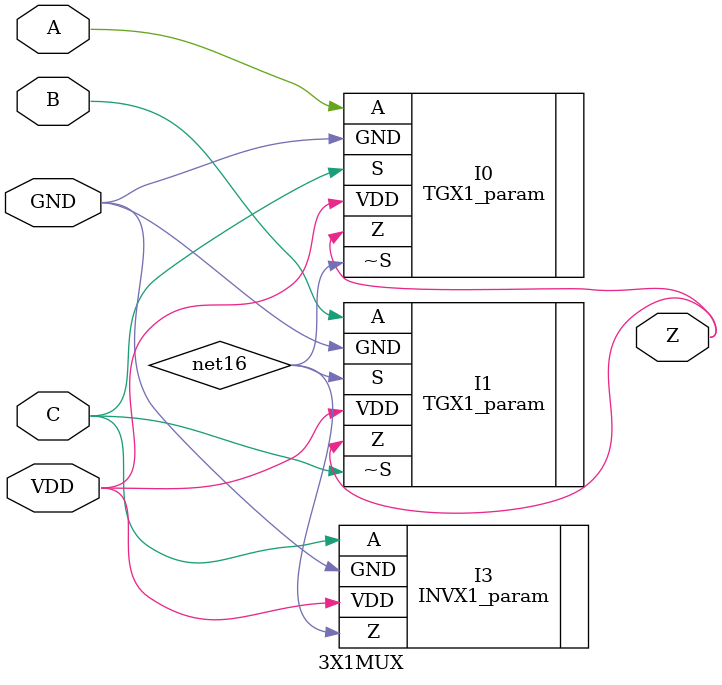
<source format=v>

module \3X1MUX  (
A,B,GND,VDD,C,Z );
input  A;
input  B;
input  GND;
input  VDD;
input  C;
output  Z;
wire VDD;
wire net16;
wire C;
wire Z;
wire A;
wire GND;
wire B;

TGX1_param    
 I1  ( .\~S ( C ), .VDD( VDD ), .S( net16 ), .Z( Z ), .A( B ), .GND( GND ) );

TGX1_param    
 I0  ( .\~S ( net16 ), .VDD( VDD ), .S( C ), .Z( Z ), .A( A ), .GND( GND ) );

INVX1_param    
 I3  ( .VDD( VDD ), .Z( net16 ), .A( C ), .GND( GND ) );

endmodule


</source>
